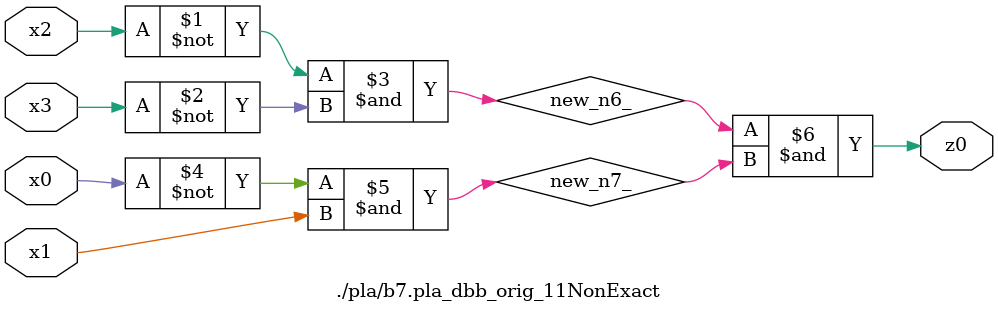
<source format=v>

module \./pla/b7.pla_dbb_orig_11NonExact  ( 
    x0, x1, x2, x3,
    z0  );
  input  x0, x1, x2, x3;
  output z0;
  wire new_n6_, new_n7_;
  assign new_n6_ = ~x2 & ~x3;
  assign new_n7_ = ~x0 & x1;
  assign z0 = new_n6_ & new_n7_;
endmodule



</source>
